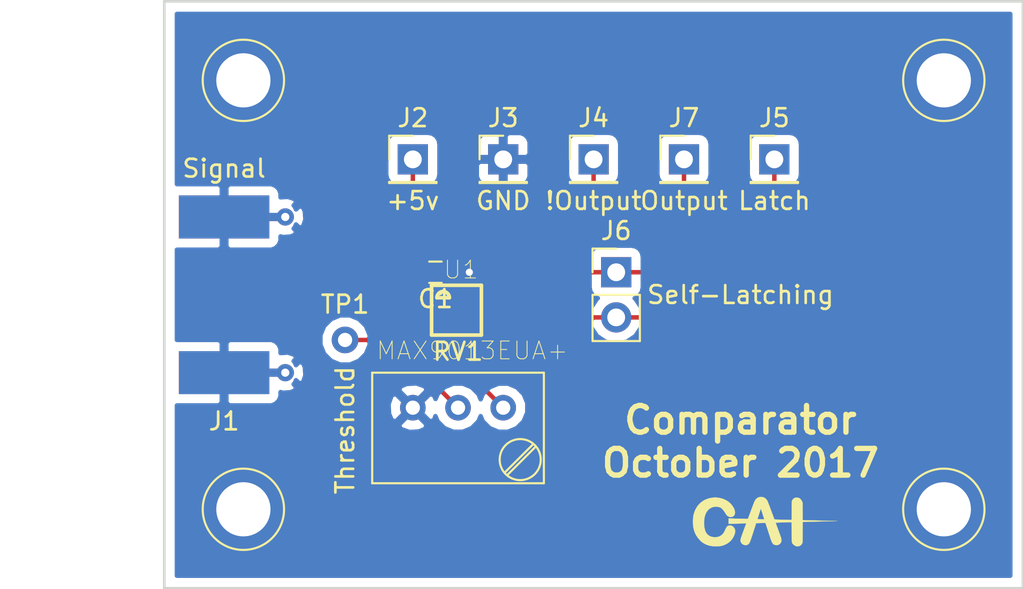
<source format=kicad_pcb>
(kicad_pcb (version 4) (host pcbnew 4.0.7)

  (general
    (links 24)
    (no_connects 4)
    (area 132.004999 88.824999 180.415001 121.995001)
    (thickness 1.6)
    (drawings 6)
    (tracks 40)
    (zones 0)
    (modules 16)
    (nets 8)
  )

  (page A4)
  (layers
    (0 F.Cu signal)
    (31 B.Cu signal)
    (32 B.Adhes user)
    (33 F.Adhes user)
    (34 B.Paste user)
    (35 F.Paste user)
    (36 B.SilkS user)
    (37 F.SilkS user)
    (38 B.Mask user)
    (39 F.Mask user)
    (40 Dwgs.User user)
    (41 Cmts.User user)
    (42 Eco1.User user)
    (43 Eco2.User user)
    (44 Edge.Cuts user)
    (45 Margin user)
    (46 B.CrtYd user)
    (47 F.CrtYd user)
    (48 B.Fab user)
    (49 F.Fab user)
  )

  (setup
    (last_trace_width 0.25)
    (trace_clearance 0.2)
    (zone_clearance 0.508)
    (zone_45_only no)
    (trace_min 0.2)
    (segment_width 0.2)
    (edge_width 0.15)
    (via_size 0.6)
    (via_drill 0.4)
    (via_min_size 0.4)
    (via_min_drill 0.3)
    (uvia_size 0.3)
    (uvia_drill 0.1)
    (uvias_allowed no)
    (uvia_min_size 0.2)
    (uvia_min_drill 0.1)
    (pcb_text_width 0.3)
    (pcb_text_size 1.5 1.5)
    (mod_edge_width 0.15)
    (mod_text_size 1 1)
    (mod_text_width 0.15)
    (pad_size 1.524 1.524)
    (pad_drill 0.762)
    (pad_to_mask_clearance 0.2)
    (aux_axis_origin 144.78 127.635)
    (visible_elements 7FFFFFFF)
    (pcbplotparams
      (layerselection 0x00030_80000001)
      (usegerberextensions false)
      (excludeedgelayer true)
      (linewidth 0.100000)
      (plotframeref false)
      (viasonmask false)
      (mode 1)
      (useauxorigin false)
      (hpglpennumber 1)
      (hpglpenspeed 20)
      (hpglpendiameter 15)
      (hpglpenoverlay 2)
      (psnegative false)
      (psa4output false)
      (plotreference true)
      (plotvalue true)
      (plotinvisibletext false)
      (padsonsilk false)
      (subtractmaskfromsilk false)
      (outputformat 1)
      (mirror false)
      (drillshape 1)
      (scaleselection 1)
      (outputdirectory ""))
  )

  (net 0 "")
  (net 1 +5V)
  (net 2 GND)
  (net 3 "Net-(J1-Pad1)")
  (net 4 "Net-(J4-Pad1)")
  (net 5 "Net-(J5-Pad1)")
  (net 6 "Net-(J6-Pad1)")
  (net 7 "Net-(RV1-Pad2)")

  (net_class Default "This is the default net class."
    (clearance 0.2)
    (trace_width 0.25)
    (via_dia 0.6)
    (via_drill 0.4)
    (uvia_dia 0.3)
    (uvia_drill 0.1)
    (add_net +5V)
    (add_net GND)
    (add_net "Net-(J1-Pad1)")
    (add_net "Net-(J4-Pad1)")
    (add_net "Net-(J5-Pad1)")
    (add_net "Net-(J6-Pad1)")
    (add_net "Net-(RV1-Pad2)")
  )

  (module Capacitors_SMD:C_0603 (layer F.Cu) (tedit 59958EE7) (tstamp 59D6442B)
    (at 147.32 104.14 180)
    (descr "Capacitor SMD 0603, reflow soldering, AVX (see smccp.pdf)")
    (tags "capacitor 0603")
    (path /59D63BCF)
    (attr smd)
    (fp_text reference C1 (at 0 -1.5 180) (layer F.SilkS)
      (effects (font (size 1 1) (thickness 0.15)))
    )
    (fp_text value 0.1uF (at 0 1.5 180) (layer F.Fab)
      (effects (font (size 1 1) (thickness 0.15)))
    )
    (fp_line (start 1.4 0.65) (end -1.4 0.65) (layer F.CrtYd) (width 0.05))
    (fp_line (start 1.4 0.65) (end 1.4 -0.65) (layer F.CrtYd) (width 0.05))
    (fp_line (start -1.4 -0.65) (end -1.4 0.65) (layer F.CrtYd) (width 0.05))
    (fp_line (start -1.4 -0.65) (end 1.4 -0.65) (layer F.CrtYd) (width 0.05))
    (fp_line (start 0.35 0.6) (end -0.35 0.6) (layer F.SilkS) (width 0.12))
    (fp_line (start -0.35 -0.6) (end 0.35 -0.6) (layer F.SilkS) (width 0.12))
    (fp_line (start -0.8 -0.4) (end 0.8 -0.4) (layer F.Fab) (width 0.1))
    (fp_line (start 0.8 -0.4) (end 0.8 0.4) (layer F.Fab) (width 0.1))
    (fp_line (start 0.8 0.4) (end -0.8 0.4) (layer F.Fab) (width 0.1))
    (fp_line (start -0.8 0.4) (end -0.8 -0.4) (layer F.Fab) (width 0.1))
    (fp_text user %R (at 0 0 180) (layer F.Fab)
      (effects (font (size 0.3 0.3) (thickness 0.075)))
    )
    (pad 2 smd rect (at 0.75 0 180) (size 0.8 0.75) (layers F.Cu F.Paste F.Mask)
      (net 1 +5V))
    (pad 1 smd rect (at -0.75 0 180) (size 0.8 0.75) (layers F.Cu F.Paste F.Mask)
      (net 2 GND))
    (model Capacitors_SMD.3dshapes/C_0603.wrl
      (at (xyz 0 0 0))
      (scale (xyz 1 1 1))
      (rotate (xyz 0 0 0))
    )
  )

  (module Connectors_Molex:Molex_SMA_Jack_Edge_Mount (layer F.Cu) (tedit 59D66FCB) (tstamp 59D64450)
    (at 137.16 105.41)
    (descr "Molex SMA Jack, Edge Mount, http://www.molex.com/pdm_docs/sd/732511150_sd.pdf")
    (tags "sma edge")
    (path /59D63886)
    (attr smd)
    (fp_text reference J1 (at -1.72 7.11) (layer F.SilkS)
      (effects (font (size 1 1) (thickness 0.15)))
    )
    (fp_text value Signal (at -1.72 -7.11) (layer F.SilkS)
      (effects (font (size 1 1) (thickness 0.15)))
    )
    (fp_line (start -4.76 -0.38) (end 0.49 -0.38) (layer F.Fab) (width 0.1))
    (fp_line (start -4.76 0.38) (end 0.49 0.38) (layer F.Fab) (width 0.1))
    (fp_line (start 0.49 -0.38) (end 0.49 0.38) (layer F.Fab) (width 0.1))
    (fp_line (start 0.49 3.75) (end 0.49 4.76) (layer F.Fab) (width 0.1))
    (fp_line (start 0.49 -4.76) (end 0.49 -3.75) (layer F.Fab) (width 0.1))
    (fp_line (start -14.29 -6.09) (end -14.29 6.09) (layer F.CrtYd) (width 0.05))
    (fp_line (start -14.29 6.09) (end 2.71 6.09) (layer F.CrtYd) (width 0.05))
    (fp_line (start 2.71 -6.09) (end 2.71 6.09) (layer B.CrtYd) (width 0.05))
    (fp_line (start -14.29 -6.09) (end 2.71 -6.09) (layer B.CrtYd) (width 0.05))
    (fp_line (start -14.29 -6.09) (end -14.29 6.09) (layer B.CrtYd) (width 0.05))
    (fp_line (start -14.29 6.09) (end 2.71 6.09) (layer B.CrtYd) (width 0.05))
    (fp_line (start 2.71 -6.09) (end 2.71 6.09) (layer F.CrtYd) (width 0.05))
    (fp_line (start 2.71 -6.09) (end -14.29 -6.09) (layer F.CrtYd) (width 0.05))
    (fp_line (start -4.76 -3.75) (end 0.49 -3.75) (layer F.Fab) (width 0.1))
    (fp_line (start -4.76 3.75) (end 0.49 3.75) (layer F.Fab) (width 0.1))
    (fp_line (start -13.79 -2.65) (end -5.91 -2.65) (layer F.Fab) (width 0.1))
    (fp_line (start -13.79 -2.65) (end -13.79 2.65) (layer F.Fab) (width 0.1))
    (fp_line (start -13.79 2.65) (end -5.91 2.65) (layer F.Fab) (width 0.1))
    (fp_line (start -4.76 -3.75) (end -4.76 3.75) (layer F.Fab) (width 0.1))
    (fp_line (start 0.49 -4.76) (end -5.91 -4.76) (layer F.Fab) (width 0.1))
    (fp_line (start -5.91 -4.76) (end -5.91 4.76) (layer F.Fab) (width 0.1))
    (fp_line (start -5.91 4.76) (end 0.49 4.76) (layer F.Fab) (width 0.1))
    (pad 1 smd rect (at -1.72 0) (size 5.08 2.29) (layers F.Cu F.Paste F.Mask)
      (net 3 "Net-(J1-Pad1)"))
    (pad 2 smd rect (at -1.72 -4.38) (size 5.08 2.42) (layers F.Cu F.Paste F.Mask)
      (net 2 GND))
    (pad 2 smd rect (at -1.72 4.38) (size 5.08 2.42) (layers F.Cu F.Paste F.Mask)
      (net 2 GND))
    (pad 2 smd rect (at -1.72 -4.38) (size 5.08 2.42) (layers B.Cu B.Paste B.Mask)
      (net 2 GND))
    (pad 2 smd rect (at -1.72 4.38) (size 5.08 2.42) (layers B.Cu B.Paste B.Mask)
      (net 2 GND))
    (pad 2 thru_hole circle (at 1.72 -4.38) (size 0.97 0.97) (drill 0.46) (layers *.Cu)
      (net 2 GND))
    (pad 2 thru_hole circle (at 1.72 4.38) (size 0.97 0.97) (drill 0.46) (layers *.Cu)
      (net 2 GND))
    (pad 2 smd rect (at 1.27 -4.38) (size 0.89 0.46) (layers F.Cu)
      (net 2 GND))
    (pad 2 smd rect (at 1.27 4.38) (size 0.89 0.46) (layers F.Cu)
      (net 2 GND))
    (pad 2 smd rect (at 1.27 -4.38) (size 0.89 0.46) (layers B.Cu)
      (net 2 GND))
    (pad 2 smd rect (at 1.27 4.38) (size 0.89 0.46) (layers B.Cu)
      (net 2 GND))
    (model ${KISYS3DMOD}/Connectors_Molex.3dshapes/Molex_SMA_Jack_Edge_Mount.wrl
      (at (xyz 0 0 0))
      (scale (xyz 1 1 1))
      (rotate (xyz 0 0 0))
    )
  )

  (module Socket_Strips:Socket_Strip_Straight_1x01_Pitch2.54mm (layer F.Cu) (tedit 59D66F93) (tstamp 59D64464)
    (at 146.05 97.79)
    (descr "Through hole straight socket strip, 1x01, 2.54mm pitch, single row")
    (tags "Through hole socket strip THT 1x01 2.54mm single row")
    (path /59D63D8D)
    (fp_text reference J2 (at 0 -2.33) (layer F.SilkS)
      (effects (font (size 1 1) (thickness 0.15)))
    )
    (fp_text value +5v (at 0 2.33) (layer F.SilkS)
      (effects (font (size 1 1) (thickness 0.15)))
    )
    (fp_line (start -1.27 -1.27) (end -1.27 1.27) (layer F.Fab) (width 0.1))
    (fp_line (start -1.27 1.27) (end 1.27 1.27) (layer F.Fab) (width 0.1))
    (fp_line (start 1.27 1.27) (end 1.27 -1.27) (layer F.Fab) (width 0.1))
    (fp_line (start 1.27 -1.27) (end -1.27 -1.27) (layer F.Fab) (width 0.1))
    (fp_line (start -1.33 1.27) (end -1.33 1.33) (layer F.SilkS) (width 0.12))
    (fp_line (start -1.33 1.33) (end 1.33 1.33) (layer F.SilkS) (width 0.12))
    (fp_line (start 1.33 1.33) (end 1.33 1.27) (layer F.SilkS) (width 0.12))
    (fp_line (start 1.33 1.27) (end -1.33 1.27) (layer F.SilkS) (width 0.12))
    (fp_line (start -1.33 0) (end -1.33 -1.33) (layer F.SilkS) (width 0.12))
    (fp_line (start -1.33 -1.33) (end 0 -1.33) (layer F.SilkS) (width 0.12))
    (fp_line (start -1.8 -1.8) (end -1.8 1.8) (layer F.CrtYd) (width 0.05))
    (fp_line (start -1.8 1.8) (end 1.8 1.8) (layer F.CrtYd) (width 0.05))
    (fp_line (start 1.8 1.8) (end 1.8 -1.8) (layer F.CrtYd) (width 0.05))
    (fp_line (start 1.8 -1.8) (end -1.8 -1.8) (layer F.CrtYd) (width 0.05))
    (fp_text user %R (at 0 -2.33) (layer F.Fab)
      (effects (font (size 1 1) (thickness 0.15)))
    )
    (pad 1 thru_hole rect (at 0 0) (size 1.7 1.7) (drill 1) (layers *.Cu *.Mask)
      (net 1 +5V))
    (model ${KISYS3DMOD}/Socket_Strips.3dshapes/Socket_Strip_Straight_1x01_Pitch2.54mm.wrl
      (at (xyz 0 0 0))
      (scale (xyz 1 1 1))
      (rotate (xyz 0 0 270))
    )
  )

  (module Socket_Strips:Socket_Strip_Straight_1x01_Pitch2.54mm (layer F.Cu) (tedit 59D66F9F) (tstamp 59D64478)
    (at 151.13 97.79)
    (descr "Through hole straight socket strip, 1x01, 2.54mm pitch, single row")
    (tags "Through hole socket strip THT 1x01 2.54mm single row")
    (path /59D63E02)
    (fp_text reference J3 (at 0 -2.33) (layer F.SilkS)
      (effects (font (size 1 1) (thickness 0.15)))
    )
    (fp_text value GND (at 0 2.33) (layer F.SilkS)
      (effects (font (size 1 1) (thickness 0.15)))
    )
    (fp_line (start -1.27 -1.27) (end -1.27 1.27) (layer F.Fab) (width 0.1))
    (fp_line (start -1.27 1.27) (end 1.27 1.27) (layer F.Fab) (width 0.1))
    (fp_line (start 1.27 1.27) (end 1.27 -1.27) (layer F.Fab) (width 0.1))
    (fp_line (start 1.27 -1.27) (end -1.27 -1.27) (layer F.Fab) (width 0.1))
    (fp_line (start -1.33 1.27) (end -1.33 1.33) (layer F.SilkS) (width 0.12))
    (fp_line (start -1.33 1.33) (end 1.33 1.33) (layer F.SilkS) (width 0.12))
    (fp_line (start 1.33 1.33) (end 1.33 1.27) (layer F.SilkS) (width 0.12))
    (fp_line (start 1.33 1.27) (end -1.33 1.27) (layer F.SilkS) (width 0.12))
    (fp_line (start -1.33 0) (end -1.33 -1.33) (layer F.SilkS) (width 0.12))
    (fp_line (start -1.33 -1.33) (end 0 -1.33) (layer F.SilkS) (width 0.12))
    (fp_line (start -1.8 -1.8) (end -1.8 1.8) (layer F.CrtYd) (width 0.05))
    (fp_line (start -1.8 1.8) (end 1.8 1.8) (layer F.CrtYd) (width 0.05))
    (fp_line (start 1.8 1.8) (end 1.8 -1.8) (layer F.CrtYd) (width 0.05))
    (fp_line (start 1.8 -1.8) (end -1.8 -1.8) (layer F.CrtYd) (width 0.05))
    (fp_text user %R (at 0 -2.33) (layer F.Fab)
      (effects (font (size 1 1) (thickness 0.15)))
    )
    (pad 1 thru_hole rect (at 0 0) (size 1.7 1.7) (drill 1) (layers *.Cu *.Mask)
      (net 2 GND))
    (model ${KISYS3DMOD}/Socket_Strips.3dshapes/Socket_Strip_Straight_1x01_Pitch2.54mm.wrl
      (at (xyz 0 0 0))
      (scale (xyz 1 1 1))
      (rotate (xyz 0 0 270))
    )
  )

  (module Socket_Strips:Socket_Strip_Straight_1x01_Pitch2.54mm (layer F.Cu) (tedit 59D66FA8) (tstamp 59D6448C)
    (at 156.21 97.79)
    (descr "Through hole straight socket strip, 1x01, 2.54mm pitch, single row")
    (tags "Through hole socket strip THT 1x01 2.54mm single row")
    (path /59D63FD7)
    (fp_text reference J4 (at 0 -2.33) (layer F.SilkS)
      (effects (font (size 1 1) (thickness 0.15)))
    )
    (fp_text value !Output (at 0 2.33) (layer F.SilkS)
      (effects (font (size 1 1) (thickness 0.15)))
    )
    (fp_line (start -1.27 -1.27) (end -1.27 1.27) (layer F.Fab) (width 0.1))
    (fp_line (start -1.27 1.27) (end 1.27 1.27) (layer F.Fab) (width 0.1))
    (fp_line (start 1.27 1.27) (end 1.27 -1.27) (layer F.Fab) (width 0.1))
    (fp_line (start 1.27 -1.27) (end -1.27 -1.27) (layer F.Fab) (width 0.1))
    (fp_line (start -1.33 1.27) (end -1.33 1.33) (layer F.SilkS) (width 0.12))
    (fp_line (start -1.33 1.33) (end 1.33 1.33) (layer F.SilkS) (width 0.12))
    (fp_line (start 1.33 1.33) (end 1.33 1.27) (layer F.SilkS) (width 0.12))
    (fp_line (start 1.33 1.27) (end -1.33 1.27) (layer F.SilkS) (width 0.12))
    (fp_line (start -1.33 0) (end -1.33 -1.33) (layer F.SilkS) (width 0.12))
    (fp_line (start -1.33 -1.33) (end 0 -1.33) (layer F.SilkS) (width 0.12))
    (fp_line (start -1.8 -1.8) (end -1.8 1.8) (layer F.CrtYd) (width 0.05))
    (fp_line (start -1.8 1.8) (end 1.8 1.8) (layer F.CrtYd) (width 0.05))
    (fp_line (start 1.8 1.8) (end 1.8 -1.8) (layer F.CrtYd) (width 0.05))
    (fp_line (start 1.8 -1.8) (end -1.8 -1.8) (layer F.CrtYd) (width 0.05))
    (fp_text user %R (at 0 -2.33) (layer F.Fab)
      (effects (font (size 1 1) (thickness 0.15)))
    )
    (pad 1 thru_hole rect (at 0 0) (size 1.7 1.7) (drill 1) (layers *.Cu *.Mask)
      (net 4 "Net-(J4-Pad1)"))
    (model ${KISYS3DMOD}/Socket_Strips.3dshapes/Socket_Strip_Straight_1x01_Pitch2.54mm.wrl
      (at (xyz 0 0 0))
      (scale (xyz 1 1 1))
      (rotate (xyz 0 0 270))
    )
  )

  (module Socket_Strips:Socket_Strip_Straight_1x01_Pitch2.54mm (layer F.Cu) (tedit 59D66FB6) (tstamp 59D644A0)
    (at 166.37 97.79)
    (descr "Through hole straight socket strip, 1x01, 2.54mm pitch, single row")
    (tags "Through hole socket strip THT 1x01 2.54mm single row")
    (path /59D65C74)
    (fp_text reference J5 (at 0 -2.33) (layer F.SilkS)
      (effects (font (size 1 1) (thickness 0.15)))
    )
    (fp_text value Latch (at 0 2.33) (layer F.SilkS)
      (effects (font (size 1 1) (thickness 0.15)))
    )
    (fp_line (start -1.27 -1.27) (end -1.27 1.27) (layer F.Fab) (width 0.1))
    (fp_line (start -1.27 1.27) (end 1.27 1.27) (layer F.Fab) (width 0.1))
    (fp_line (start 1.27 1.27) (end 1.27 -1.27) (layer F.Fab) (width 0.1))
    (fp_line (start 1.27 -1.27) (end -1.27 -1.27) (layer F.Fab) (width 0.1))
    (fp_line (start -1.33 1.27) (end -1.33 1.33) (layer F.SilkS) (width 0.12))
    (fp_line (start -1.33 1.33) (end 1.33 1.33) (layer F.SilkS) (width 0.12))
    (fp_line (start 1.33 1.33) (end 1.33 1.27) (layer F.SilkS) (width 0.12))
    (fp_line (start 1.33 1.27) (end -1.33 1.27) (layer F.SilkS) (width 0.12))
    (fp_line (start -1.33 0) (end -1.33 -1.33) (layer F.SilkS) (width 0.12))
    (fp_line (start -1.33 -1.33) (end 0 -1.33) (layer F.SilkS) (width 0.12))
    (fp_line (start -1.8 -1.8) (end -1.8 1.8) (layer F.CrtYd) (width 0.05))
    (fp_line (start -1.8 1.8) (end 1.8 1.8) (layer F.CrtYd) (width 0.05))
    (fp_line (start 1.8 1.8) (end 1.8 -1.8) (layer F.CrtYd) (width 0.05))
    (fp_line (start 1.8 -1.8) (end -1.8 -1.8) (layer F.CrtYd) (width 0.05))
    (fp_text user %R (at 0 -2.33) (layer F.Fab)
      (effects (font (size 1 1) (thickness 0.15)))
    )
    (pad 1 thru_hole rect (at 0 0) (size 1.7 1.7) (drill 1) (layers *.Cu *.Mask)
      (net 5 "Net-(J5-Pad1)"))
    (model ${KISYS3DMOD}/Socket_Strips.3dshapes/Socket_Strip_Straight_1x01_Pitch2.54mm.wrl
      (at (xyz 0 0 0))
      (scale (xyz 1 1 1))
      (rotate (xyz 0 0 270))
    )
  )

  (module Pin_Headers:Pin_Header_Straight_1x02_Pitch2.54mm (layer F.Cu) (tedit 59D66EBE) (tstamp 59D644B6)
    (at 157.48 104.14)
    (descr "Through hole straight pin header, 1x02, 2.54mm pitch, single row")
    (tags "Through hole pin header THT 1x02 2.54mm single row")
    (path /59D63C76)
    (fp_text reference J6 (at 0 -2.33) (layer F.SilkS)
      (effects (font (size 1 1) (thickness 0.15)))
    )
    (fp_text value Self-Latching (at 6.985 1.27) (layer F.SilkS)
      (effects (font (size 1 1) (thickness 0.15)))
    )
    (fp_line (start -0.635 -1.27) (end 1.27 -1.27) (layer F.Fab) (width 0.1))
    (fp_line (start 1.27 -1.27) (end 1.27 3.81) (layer F.Fab) (width 0.1))
    (fp_line (start 1.27 3.81) (end -1.27 3.81) (layer F.Fab) (width 0.1))
    (fp_line (start -1.27 3.81) (end -1.27 -0.635) (layer F.Fab) (width 0.1))
    (fp_line (start -1.27 -0.635) (end -0.635 -1.27) (layer F.Fab) (width 0.1))
    (fp_line (start -1.33 3.87) (end 1.33 3.87) (layer F.SilkS) (width 0.12))
    (fp_line (start -1.33 1.27) (end -1.33 3.87) (layer F.SilkS) (width 0.12))
    (fp_line (start 1.33 1.27) (end 1.33 3.87) (layer F.SilkS) (width 0.12))
    (fp_line (start -1.33 1.27) (end 1.33 1.27) (layer F.SilkS) (width 0.12))
    (fp_line (start -1.33 0) (end -1.33 -1.33) (layer F.SilkS) (width 0.12))
    (fp_line (start -1.33 -1.33) (end 0 -1.33) (layer F.SilkS) (width 0.12))
    (fp_line (start -1.8 -1.8) (end -1.8 4.35) (layer F.CrtYd) (width 0.05))
    (fp_line (start -1.8 4.35) (end 1.8 4.35) (layer F.CrtYd) (width 0.05))
    (fp_line (start 1.8 4.35) (end 1.8 -1.8) (layer F.CrtYd) (width 0.05))
    (fp_line (start 1.8 -1.8) (end -1.8 -1.8) (layer F.CrtYd) (width 0.05))
    (fp_text user %R (at 0 1.27 90) (layer F.Fab)
      (effects (font (size 1 1) (thickness 0.15)))
    )
    (pad 1 thru_hole rect (at 0 0) (size 1.7 1.7) (drill 1) (layers *.Cu *.Mask)
      (net 6 "Net-(J6-Pad1)"))
    (pad 2 thru_hole oval (at 0 2.54) (size 1.7 1.7) (drill 1) (layers *.Cu *.Mask)
      (net 5 "Net-(J5-Pad1)"))
    (model ${KISYS3DMOD}/Pin_Headers.3dshapes/Pin_Header_Straight_1x02_Pitch2.54mm.wrl
      (at (xyz 0 0 0))
      (scale (xyz 1 1 1))
      (rotate (xyz 0 0 0))
    )
  )

  (module Socket_Strips:Socket_Strip_Straight_1x01_Pitch2.54mm (layer F.Cu) (tedit 59D66FAE) (tstamp 59D644CA)
    (at 161.29 97.79)
    (descr "Through hole straight socket strip, 1x01, 2.54mm pitch, single row")
    (tags "Through hole socket strip THT 1x01 2.54mm single row")
    (path /59D63E7F)
    (fp_text reference J7 (at 0 -2.33) (layer F.SilkS)
      (effects (font (size 1 1) (thickness 0.15)))
    )
    (fp_text value Output (at 0 2.33) (layer F.SilkS)
      (effects (font (size 1 1) (thickness 0.15)))
    )
    (fp_line (start -1.27 -1.27) (end -1.27 1.27) (layer F.Fab) (width 0.1))
    (fp_line (start -1.27 1.27) (end 1.27 1.27) (layer F.Fab) (width 0.1))
    (fp_line (start 1.27 1.27) (end 1.27 -1.27) (layer F.Fab) (width 0.1))
    (fp_line (start 1.27 -1.27) (end -1.27 -1.27) (layer F.Fab) (width 0.1))
    (fp_line (start -1.33 1.27) (end -1.33 1.33) (layer F.SilkS) (width 0.12))
    (fp_line (start -1.33 1.33) (end 1.33 1.33) (layer F.SilkS) (width 0.12))
    (fp_line (start 1.33 1.33) (end 1.33 1.27) (layer F.SilkS) (width 0.12))
    (fp_line (start 1.33 1.27) (end -1.33 1.27) (layer F.SilkS) (width 0.12))
    (fp_line (start -1.33 0) (end -1.33 -1.33) (layer F.SilkS) (width 0.12))
    (fp_line (start -1.33 -1.33) (end 0 -1.33) (layer F.SilkS) (width 0.12))
    (fp_line (start -1.8 -1.8) (end -1.8 1.8) (layer F.CrtYd) (width 0.05))
    (fp_line (start -1.8 1.8) (end 1.8 1.8) (layer F.CrtYd) (width 0.05))
    (fp_line (start 1.8 1.8) (end 1.8 -1.8) (layer F.CrtYd) (width 0.05))
    (fp_line (start 1.8 -1.8) (end -1.8 -1.8) (layer F.CrtYd) (width 0.05))
    (fp_text user %R (at 0 -2.33) (layer F.Fab)
      (effects (font (size 1 1) (thickness 0.15)))
    )
    (pad 1 thru_hole rect (at 0 0) (size 1.7 1.7) (drill 1) (layers *.Cu *.Mask)
      (net 6 "Net-(J6-Pad1)"))
    (model ${KISYS3DMOD}/Socket_Strips.3dshapes/Socket_Strip_Straight_1x01_Pitch2.54mm.wrl
      (at (xyz 0 0 0))
      (scale (xyz 1 1 1))
      (rotate (xyz 0 0 270))
    )
  )

  (module Measurement_Points:Measurement_Point_Round-TH_Small (layer F.Cu) (tedit 59D66ECB) (tstamp 59D644E1)
    (at 142.24 107.95)
    (descr "Mesurement Point, Square, Trough Hole,  DM 1.5mm, Drill 0.8mm,")
    (tags "Mesurement Point Round Trough Hole 1.5mm Drill 0.8mm")
    (path /59D670D9)
    (attr virtual)
    (fp_text reference TP1 (at 0 -2) (layer F.SilkS)
      (effects (font (size 1 1) (thickness 0.15)))
    )
    (fp_text value Threshold (at 0 5.08 90) (layer F.SilkS)
      (effects (font (size 1 1) (thickness 0.15)))
    )
    (fp_circle (center 0 0) (end 1 0) (layer F.CrtYd) (width 0.05))
    (pad 1 thru_hole circle (at 0 0) (size 1.5 1.5) (drill 0.8) (layers *.Cu *.Mask)
      (net 7 "Net-(RV1-Pad2)"))
  )

  (module MAX9013EUA_:SOP65P500X110-8N (layer F.Cu) (tedit 0) (tstamp 59D644FB)
    (at 148.5011 106.2736)
    (path /59D63758)
    (attr smd)
    (fp_text reference U1 (at 0.256586 -2.27409) (layer F.SilkS)
      (effects (font (size 1.00146 1.00146) (thickness 0.05)))
    )
    (fp_text value MAX9013EUA+ (at 0.892731 2.2751) (layer F.SilkS)
      (effects (font (size 1.0017 1.0017) (thickness 0.05)))
    )
    (fp_line (start 1.40221 -1.39977) (end 1.40221 1.40023) (layer F.SilkS) (width 0.2032))
    (fp_line (start 1.40221 1.40023) (end -1.39779 1.40023) (layer F.SilkS) (width 0.2032))
    (fp_line (start -1.39779 1.40023) (end -1.39779 -1.39977) (layer F.SilkS) (width 0.2032))
    (fp_line (start -1.39779 -1.39977) (end 1.40221 -1.39977) (layer F.SilkS) (width 0.2032))
    (fp_arc (start -0.747787 -0.699775) (end -0.397788 -0.699775) (angle -180) (layer F.SilkS) (width 0.2032))
    (fp_line (start -0.397788 -0.699775) (end -1.09779 -0.699775) (layer F.SilkS) (width 0.2032))
    (fp_poly (pts (xy -1.43786 -1.15425) (xy -1.43786 -0.795937) (xy -2.40243 -0.795937) (xy -2.40243 -1.15425)) (layer Dwgs.User) (width 0.381))
    (fp_poly (pts (xy -1.43752 -0.503905) (xy -1.43752 -0.145429) (xy -2.40293 -0.145429) (xy -2.40293 -0.503905)) (layer Dwgs.User) (width 0.381))
    (fp_poly (pts (xy -1.43651 0.1471) (xy -1.43651 0.503757) (xy -2.40212 0.503757) (xy -2.40212 0.1471)) (layer Dwgs.User) (width 0.381))
    (fp_poly (pts (xy -1.43659 0.797019) (xy -1.43659 1.15528) (xy -2.40365 1.15528) (xy -2.40365 0.797019)) (layer Dwgs.User) (width 0.381))
    (fp_poly (pts (xy 2.40636 0.797975) (xy 2.40636 1.15298) (xy 1.44066 1.15298) (xy 1.44066 0.797975)) (layer Dwgs.User) (width 0.381))
    (fp_poly (pts (xy 2.40582 0.147429) (xy 2.40582 0.503024) (xy 1.44061 0.503024) (xy 1.44061 0.147429)) (layer Dwgs.User) (width 0.381))
    (fp_poly (pts (xy 2.40592 -0.502471) (xy 2.40592 -0.147062) (xy 1.4407 -0.147062) (xy 1.4407 -0.502471)) (layer Dwgs.User) (width 0.381))
    (fp_poly (pts (xy 2.40614 -1.15225) (xy 2.40614 -0.797553) (xy 1.44119 -0.797553) (xy 1.44119 -1.15225)) (layer Dwgs.User) (width 0.381))
    (pad 1 smd rect (at -2.175 -0.975 270) (size 0.45 1.2) (layers F.Cu F.Paste F.Mask)
      (net 1 +5V))
    (pad 2 smd rect (at -2.175 -0.325 270) (size 0.45 1.2) (layers F.Cu F.Paste F.Mask)
      (net 3 "Net-(J1-Pad1)"))
    (pad 3 smd rect (at -2.175 0.325 270) (size 0.45 1.2) (layers F.Cu F.Paste F.Mask)
      (net 7 "Net-(RV1-Pad2)"))
    (pad 4 smd rect (at -2.175 0.975 270) (size 0.45 1.2) (layers F.Cu F.Paste F.Mask))
    (pad 5 smd rect (at 2.175 0.975 270) (size 0.45 1.2) (layers F.Cu F.Paste F.Mask)
      (net 5 "Net-(J5-Pad1)"))
    (pad 6 smd rect (at 2.175 0.325 270) (size 0.45 1.2) (layers F.Cu F.Paste F.Mask)
      (net 2 GND))
    (pad 7 smd rect (at 2.175 -0.325 270) (size 0.45 1.2) (layers F.Cu F.Paste F.Mask)
      (net 6 "Net-(J6-Pad1)"))
    (pad 8 smd rect (at 2.175 -0.975 270) (size 0.45 1.2) (layers F.Cu F.Paste F.Mask)
      (net 4 "Net-(J4-Pad1)"))
  )

  (module Potentiometers:Potentiometer_Trimmer_Bourns_3299W (layer F.Cu) (tedit 58826B0B) (tstamp 59D666B2)
    (at 151.13 111.76)
    (descr "Spindle Trimmer Potentiometer, Bourns 3299W, https://www.bourns.com/pdfs/3299.pdf")
    (tags "Spindle Trimmer Potentiometer   Bourns 3299W")
    (path /59D63A00)
    (fp_text reference RV1 (at -2.54 -3.16) (layer F.SilkS)
      (effects (font (size 1 1) (thickness 0.15)))
    )
    (fp_text value Threshold (at -2.54 5.44) (layer F.Fab)
      (effects (font (size 1 1) (thickness 0.15)))
    )
    (fp_circle (center 0.955 2.92) (end 2.05 2.92) (layer F.Fab) (width 0.1))
    (fp_circle (center 0.955 2.92) (end 2.11 2.92) (layer F.SilkS) (width 0.12))
    (fp_line (start -7.305 -1.91) (end -7.305 4.19) (layer F.Fab) (width 0.1))
    (fp_line (start -7.305 4.19) (end 2.225 4.19) (layer F.Fab) (width 0.1))
    (fp_line (start 2.225 4.19) (end 2.225 -1.91) (layer F.Fab) (width 0.1))
    (fp_line (start 2.225 -1.91) (end -7.305 -1.91) (layer F.Fab) (width 0.1))
    (fp_line (start 1.786 2.224) (end 0.259 3.751) (layer F.Fab) (width 0.1))
    (fp_line (start 1.652 2.09) (end 0.125 3.617) (layer F.Fab) (width 0.1))
    (fp_line (start -7.365 -1.97) (end 2.285 -1.97) (layer F.SilkS) (width 0.12))
    (fp_line (start -7.365 4.25) (end 2.285 4.25) (layer F.SilkS) (width 0.12))
    (fp_line (start -7.365 -1.97) (end -7.365 4.25) (layer F.SilkS) (width 0.12))
    (fp_line (start 2.285 -1.97) (end 2.285 4.25) (layer F.SilkS) (width 0.12))
    (fp_line (start 1.831 2.186) (end 0.22 3.796) (layer F.SilkS) (width 0.12))
    (fp_line (start 1.691 2.045) (end 0.079 3.655) (layer F.SilkS) (width 0.12))
    (fp_line (start -7.6 -2.2) (end -7.6 4.45) (layer F.CrtYd) (width 0.05))
    (fp_line (start -7.6 4.45) (end 2.5 4.45) (layer F.CrtYd) (width 0.05))
    (fp_line (start 2.5 4.45) (end 2.5 -2.2) (layer F.CrtYd) (width 0.05))
    (fp_line (start 2.5 -2.2) (end -7.6 -2.2) (layer F.CrtYd) (width 0.05))
    (pad 1 thru_hole circle (at 0 0) (size 1.44 1.44) (drill 0.8) (layers *.Cu *.Mask)
      (net 1 +5V))
    (pad 2 thru_hole circle (at -2.54 0) (size 1.44 1.44) (drill 0.8) (layers *.Cu *.Mask)
      (net 7 "Net-(RV1-Pad2)"))
    (pad 3 thru_hole circle (at -5.08 0) (size 1.44 1.44) (drill 0.8) (layers *.Cu *.Mask)
      (net 2 GND))
    (model Potentiometers.3dshapes/Potentiometer_Trimmer_Bourns_3299W.wrl
      (at (xyz 0 0 0))
      (scale (xyz 0.393701 0.393701 0.393701))
      (rotate (xyz 0 0 0))
    )
  )

  (module "KiCAD Libs:CAI_logo" (layer F.Cu) (tedit 59D66BEC) (tstamp 59D66B9F)
    (at 165.735 118.11)
    (fp_text reference "" (at 0 0) (layer F.SilkS) hide
      (effects (font (thickness 0.3)))
    )
    (fp_text value "" (at 0.75 0) (layer F.SilkS) hide
      (effects (font (thickness 0.3)))
    )
    (fp_poly (pts (xy -2.603608 -1.295215) (xy -2.529014 -1.28689) (xy -2.514562 -1.285023) (xy -2.362786 -1.255961)
      (xy -2.219415 -1.210145) (xy -2.085811 -1.148467) (xy -1.963333 -1.071819) (xy -1.853341 -0.981093)
      (xy -1.757195 -0.877181) (xy -1.676255 -0.760975) (xy -1.653065 -0.719992) (xy -1.61171 -0.629686)
      (xy -1.586012 -0.543894) (xy -1.575669 -0.464098) (xy -1.580379 -0.391781) (xy -1.599838 -0.328427)
      (xy -1.633744 -0.275519) (xy -1.681795 -0.234539) (xy -1.743687 -0.206971) (xy -1.758581 -0.202984)
      (xy -1.815306 -0.195576) (xy -1.870947 -0.202369) (xy -1.931321 -0.22428) (xy -1.949562 -0.233096)
      (xy -1.987845 -0.255266) (xy -2.021906 -0.28215) (xy -2.054537 -0.316893) (xy -2.088527 -0.362637)
      (xy -2.126666 -0.422525) (xy -2.144839 -0.453072) (xy -2.184832 -0.515362) (xy -2.230196 -0.576182)
      (xy -2.277845 -0.632109) (xy -2.324696 -0.679717) (xy -2.367663 -0.715584) (xy -2.39776 -0.733798)
      (xy -2.437755 -0.748109) (xy -2.490702 -0.761511) (xy -2.54924 -0.772587) (xy -2.606008 -0.779917)
      (xy -2.648792 -0.782144) (xy -2.758218 -0.772018) (xy -2.862084 -0.743119) (xy -2.958498 -0.696657)
      (xy -3.045569 -0.633845) (xy -3.121404 -0.555896) (xy -3.18411 -0.464021) (xy -3.203615 -0.42672)
      (xy -3.236044 -0.354) (xy -3.261241 -0.283246) (xy -3.280763 -0.208667) (xy -3.296168 -0.124471)
      (xy -3.30708 -0.041943) (xy -3.316584 0.103311) (xy -3.312431 0.250391) (xy -3.295099 0.393688)
      (xy -3.265063 0.527591) (xy -3.256272 0.556903) (xy -3.215488 0.655174) (xy -3.16004 0.739787)
      (xy -3.090891 0.810073) (xy -3.009003 0.865362) (xy -2.91534 0.904984) (xy -2.810865 0.92827)
      (xy -2.712961 0.93472) (xy -2.624273 0.931105) (xy -2.548263 0.919395) (xy -2.478462 0.898291)
      (xy -2.43223 0.878386) (xy -2.34625 0.827083) (xy -2.271963 0.760515) (xy -2.208585 0.677792)
      (xy -2.155334 0.578027) (xy -2.144148 0.551875) (xy -2.10779 0.468062) (xy -2.074044 0.40216)
      (xy -2.041021 0.352266) (xy -2.006828 0.316474) (xy -1.969575 0.292882) (xy -1.927372 0.279585)
      (xy -1.878328 0.274681) (xy -1.86871 0.274543) (xy -1.793296 0.283125) (xy -1.726978 0.309647)
      (xy -1.669432 0.354328) (xy -1.620331 0.417383) (xy -1.6002 0.453186) (xy -1.58523 0.484685)
      (xy -1.576235 0.511552) (xy -1.571824 0.540938) (xy -1.570604 0.579996) (xy -1.570746 0.60452)
      (xy -1.573626 0.665305) (xy -1.581978 0.717463) (xy -1.597682 0.772364) (xy -1.59932 0.77724)
      (xy -1.653247 0.905769) (xy -1.723633 1.022951) (xy -1.809595 1.128023) (xy -1.910248 1.220224)
      (xy -2.024709 1.298794) (xy -2.152092 1.362971) (xy -2.291514 1.411994) (xy -2.355828 1.428427)
      (xy -2.402237 1.436055) (xy -2.46406 1.441966) (xy -2.536456 1.446072) (xy -2.614582 1.448284)
      (xy -2.693598 1.448513) (xy -2.768662 1.446671) (xy -2.834934 1.442667) (xy -2.877331 1.437999)
      (xy -3.033314 1.406559) (xy -3.178194 1.358328) (xy -3.312716 1.293021) (xy -3.395813 1.240688)
      (xy -3.43459 1.212569) (xy -3.470398 1.183323) (xy -3.506197 1.150006) (xy -3.544942 1.109675)
      (xy -3.589592 1.059386) (xy -3.643103 0.996196) (xy -3.651101 0.986597) (xy -3.740006 0.863874)
      (xy -3.813303 0.728333) (xy -3.870829 0.580361) (xy -3.91242 0.420345) (xy -3.927643 0.332861)
      (xy -3.935434 0.260339) (xy -3.940009 0.174877) (xy -3.941487 0.081581) (xy -3.939986 -0.014447)
      (xy -3.935621 -0.1081) (xy -3.928513 -0.194274) (xy -3.918777 -0.267865) (xy -3.913124 -0.297593)
      (xy -3.868833 -0.459124) (xy -3.808961 -0.608523) (xy -3.734211 -0.745124) (xy -3.645283 -0.868264)
      (xy -3.542882 -0.977275) (xy -3.42771 -1.071494) (xy -3.300468 -1.150254) (xy -3.16186 -1.212889)
      (xy -3.012588 -1.258735) (xy -2.870748 -1.284956) (xy -2.793335 -1.294058) (xy -2.728111 -1.2988)
      (xy -2.667421 -1.299186) (xy -2.603608 -1.295215)) (layer F.SilkS) (width 0.01))
    (fp_poly (pts (xy -0.062265 -1.325444) (xy -0.026832 -1.323346) (xy 0.000788 -1.3184) (xy 0.026848 -1.309422)
      (xy 0.057597 -1.295227) (xy 0.062419 -1.292861) (xy 0.133212 -1.248167) (xy 0.192209 -1.188892)
      (xy 0.241397 -1.113) (xy 0.245171 -1.105753) (xy 0.255157 -1.083579) (xy 0.271274 -1.044427)
      (xy 0.292707 -0.990412) (xy 0.318643 -0.923653) (xy 0.348265 -0.846267) (xy 0.380758 -0.760369)
      (xy 0.415309 -0.668079) (xy 0.451102 -0.571512) (xy 0.457657 -0.55372) (xy 0.637179 -0.06604)
      (xy 0.738102 -0.059834) (xy 0.771816 -0.058196) (xy 0.822782 -0.056298) (xy 0.887933 -0.054227)
      (xy 0.964204 -0.052072) (xy 1.048529 -0.049918) (xy 1.137842 -0.047853) (xy 1.221717 -0.046107)
      (xy 1.604409 -0.038586) (xy 1.607384 -0.560313) (xy 1.608074 -0.676819) (xy 1.608753 -0.774791)
      (xy 1.609496 -0.856014) (xy 1.610382 -0.922274) (xy 1.611485 -0.975357) (xy 1.612881 -1.017047)
      (xy 1.614648 -1.049132) (xy 1.616862 -1.073396) (xy 1.619598 -1.091625) (xy 1.622933 -1.105604)
      (xy 1.626942 -1.117119) (xy 1.631613 -1.12776) (xy 1.669868 -1.191964) (xy 1.718695 -1.240552)
      (xy 1.761543 -1.267406) (xy 1.795276 -1.282601) (xy 1.827736 -1.290851) (xy 1.867726 -1.293998)
      (xy 1.88976 -1.294241) (xy 1.965487 -1.287163) (xy 2.030744 -1.26519) (xy 2.087368 -1.227049)
      (xy 2.1372 -1.171468) (xy 2.182078 -1.097174) (xy 2.186117 -1.089165) (xy 2.21996 -1.02108)
      (xy 2.223033 -0.52584) (xy 2.226107 -0.0306) (xy 2.248433 -0.025939) (xy 2.253389 -0.025206)
      (xy 2.261914 -0.024452) (xy 2.274997 -0.02365) (xy 2.293625 -0.022775) (xy 2.318788 -0.021802)
      (xy 2.351474 -0.020704) (xy 2.392672 -0.019456) (xy 2.443369 -0.018033) (xy 2.504555 -0.016407)
      (xy 2.577218 -0.014555) (xy 2.662346 -0.01245) (xy 2.760928 -0.010066) (xy 2.873953 -0.007377)
      (xy 3.002408 -0.004359) (xy 3.147283 -0.000985) (xy 3.309565 0.002771) (xy 3.490244 0.006934)
      (xy 3.67792 0.011246) (xy 3.775927 0.013547) (xy 3.867567 0.015799) (xy 3.950872 0.017946)
      (xy 4.023873 0.019933) (xy 4.084604 0.021705) (xy 4.131094 0.023205) (xy 4.161378 0.024379)
      (xy 4.173486 0.02517) (xy 4.173615 0.025219) (xy 4.16462 0.026092) (xy 4.137748 0.027286)
      (xy 4.09544 0.028727) (xy 4.040134 0.030343) (xy 3.974269 0.032057) (xy 3.900287 0.033797)
      (xy 3.868815 0.034486) (xy 3.785764 0.036359) (xy 3.704031 0.038368) (xy 3.627301 0.040413)
      (xy 3.559259 0.042388) (xy 3.503588 0.044191) (xy 3.463975 0.04572) (xy 3.45948 0.045927)
      (xy 3.428535 0.047127) (xy 3.379802 0.048664) (xy 3.315807 0.050473) (xy 3.239076 0.052489)
      (xy 3.152136 0.054649) (xy 3.057515 0.056887) (xy 2.957739 0.059138) (xy 2.86512 0.061133)
      (xy 2.764112 0.063344) (xy 2.667008 0.065634) (xy 2.576167 0.067935) (xy 2.493948 0.070181)
      (xy 2.422709 0.072305) (xy 2.364811 0.074239) (xy 2.32261 0.075916) (xy 2.299093 0.07722)
      (xy 2.225827 0.082939) (xy 2.222893 0.658689) (xy 2.21996 1.23444) (xy 2.195949 1.287546)
      (xy 2.157599 1.349049) (xy 2.105807 1.397648) (xy 2.044006 1.431761) (xy 1.975629 1.449805)
      (xy 1.904109 1.4502) (xy 1.861907 1.441535) (xy 1.818731 1.42419) (xy 1.77057 1.397363)
      (xy 1.724556 1.36568) (xy 1.687824 1.333765) (xy 1.677147 1.321743) (xy 1.663242 1.304132)
      (xy 1.65142 1.288036) (xy 1.641497 1.271711) (xy 1.633288 1.253414) (xy 1.626606 1.231399)
      (xy 1.621268 1.203923) (xy 1.617087 1.169242) (xy 1.613879 1.125612) (xy 1.611459 1.07129)
      (xy 1.609642 1.00453) (xy 1.608242 0.923589) (xy 1.607074 0.826724) (xy 1.605953 0.712189)
      (xy 1.605329 0.64516) (xy 1.6002 0.09652) (xy 1.524 0.097149) (xy 1.420371 0.098272)
      (xy 1.316743 0.099895) (xy 1.215102 0.101947) (xy 1.117431 0.104357) (xy 1.025719 0.107054)
      (xy 0.941949 0.10997) (xy 0.868108 0.113032) (xy 0.806182 0.11617) (xy 0.758155 0.119314)
      (xy 0.726014 0.122394) (xy 0.711745 0.125339) (xy 0.7112 0.125997) (xy 0.714601 0.137931)
      (xy 0.724286 0.166736) (xy 0.739479 0.210228) (xy 0.759403 0.266226) (xy 0.78328 0.332547)
      (xy 0.810334 0.407007) (xy 0.839787 0.487425) (xy 0.841879 0.493113) (xy 0.882797 0.604387)
      (xy 0.917268 0.698367) (xy 0.945866 0.776826) (xy 0.969161 0.841542) (xy 0.987726 0.894287)
      (xy 1.002133 0.936839) (xy 1.012954 0.97097) (xy 1.020761 0.998457) (xy 1.026125 1.021075)
      (xy 1.02962 1.040598) (xy 1.031816 1.058802) (xy 1.033285 1.077461) (xy 1.034047 1.089453)
      (xy 1.035808 1.132278) (xy 1.033793 1.163063) (xy 1.026625 1.189946) (xy 1.01293 1.221064)
      (xy 1.011183 1.224651) (xy 0.974258 1.280362) (xy 0.924348 1.327526) (xy 0.867038 1.36138)
      (xy 0.839246 1.371306) (xy 0.786292 1.37974) (xy 0.726123 1.379444) (xy 0.667186 1.371106)
      (xy 0.617929 1.355414) (xy 0.612673 1.352867) (xy 0.57419 1.325619) (xy 0.537836 1.283623)
      (xy 0.502774 1.225493) (xy 0.468167 1.149845) (xy 0.433333 1.055743) (xy 0.424717 1.029845)
      (xy 0.410703 0.987076) (xy 0.392095 0.929913) (xy 0.369696 0.860837) (xy 0.344309 0.782325)
      (xy 0.316738 0.696857) (xy 0.287785 0.606912) (xy 0.273956 0.56388) (xy 0.245536 0.475781)
      (xy 0.2188 0.393629) (xy 0.194426 0.319455) (xy 0.173091 0.25529) (xy 0.155476 0.203167)
      (xy 0.142257 0.165116) (xy 0.134114 0.14317) (xy 0.13194 0.138571) (xy 0.119843 0.136464)
      (xy 0.090134 0.135243) (xy 0.045501 0.134909) (xy -0.011368 0.135462) (xy -0.077785 0.136901)
      (xy -0.132514 0.138571) (xy -0.388754 0.14732) (xy -0.44892 0.33528) (xy -0.498971 0.491489)
      (xy -0.543359 0.629538) (xy -0.58255 0.750642) (xy -0.617013 0.856013) (xy -0.647214 0.946864)
      (xy -0.673621 1.02441) (xy -0.6967 1.089864) (xy -0.716919 1.14444) (xy -0.734746 1.18935)
      (xy -0.750646 1.225808) (xy -0.765088 1.255028) (xy -0.778539 1.278224) (xy -0.791466 1.296609)
      (xy -0.804336 1.311396) (xy -0.817617 1.323799) (xy -0.831775 1.335031) (xy -0.834654 1.337171)
      (xy -0.892665 1.368191) (xy -0.956057 1.382086) (xy -1.02149 1.380083) (xy -1.085621 1.36341)
      (xy -1.145108 1.333293) (xy -1.19661 1.290959) (xy -1.236785 1.237636) (xy -1.260633 1.180769)
      (xy -1.265952 1.159418) (xy -1.269345 1.138048) (xy -1.270362 1.115046) (xy -1.268551 1.088796)
      (xy -1.263461 1.057685) (xy -1.25464 1.020098) (xy -1.241639 0.974422) (xy -1.224005 0.919042)
      (xy -1.201288 0.852345) (xy -1.173036 0.772715) (xy -1.138798 0.678539) (xy -1.098124 0.568203)
      (xy -1.062941 0.473386) (xy -0.946229 0.159373) (xy -1.247815 0.166193) (xy -1.336968 0.168288)
      (xy -1.431043 0.170638) (xy -1.524845 0.173104) (xy -1.613176 0.175546) (xy -1.690842 0.177825)
      (xy -1.74498 0.179541) (xy -1.940561 0.18607) (xy -1.940561 -0.096129) (xy -0.311437 -0.096129)
      (xy -0.310385 -0.090081) (xy -0.30001 -0.085697) (xy -0.277552 -0.082594) (xy -0.240251 -0.080388)
      (xy -0.186388 -0.078719) (xy -0.130432 -0.077291) (xy -0.075817 -0.075788) (xy -0.02897 -0.074391)
      (xy 0.00254 -0.073329) (xy 0.037936 -0.073411) (xy 0.056357 -0.077447) (xy 0.06096 -0.084649)
      (xy 0.057999 -0.096418) (xy 0.049748 -0.12453) (xy 0.037151 -0.165988) (xy 0.021154 -0.217796)
      (xy 0.002704 -0.276957) (xy -0.017256 -0.340475) (xy -0.037779 -0.405353) (xy -0.057919 -0.468594)
      (xy -0.076732 -0.527203) (xy -0.093272 -0.578182) (xy -0.106593 -0.618534) (xy -0.115749 -0.645265)
      (xy -0.117161 -0.649155) (xy -0.124429 -0.658961) (xy -0.127436 -0.658272) (xy -0.131719 -0.647651)
      (xy -0.141306 -0.620169) (xy -0.155361 -0.578336) (xy -0.173054 -0.524664) (xy -0.193548 -0.461662)
      (xy -0.216012 -0.391841) (xy -0.219225 -0.381796) (xy -0.241987 -0.310675) (xy -0.262905 -0.245502)
      (xy -0.281134 -0.188898) (xy -0.295827 -0.143483) (xy -0.306139 -0.11188) (xy -0.311223 -0.096709)
      (xy -0.311437 -0.096129) (xy -1.940561 -0.096129) (xy -1.940561 -0.121976) (xy -1.75006 -0.116335)
      (xy -1.582749 -0.111494) (xy -1.431334 -0.107347) (xy -1.29632 -0.103904) (xy -1.178214 -0.101173)
      (xy -1.077521 -0.099165) (xy -0.994747 -0.097888) (xy -0.930397 -0.097352) (xy -0.884978 -0.097566)
      (xy -0.858994 -0.098539) (xy -0.852606 -0.099715) (xy -0.848016 -0.110382) (xy -0.837163 -0.138241)
      (xy -0.820756 -0.181398) (xy -0.799505 -0.237957) (xy -0.774118 -0.306024) (xy -0.745305 -0.383706)
      (xy -0.713774 -0.469106) (xy -0.680795 -0.5588) (xy -0.646084 -0.652921) (xy -0.612305 -0.74361)
      (xy -0.580334 -0.828577) (xy -0.551047 -0.905535) (xy -0.52532 -0.972194) (xy -0.504028 -1.026266)
      (xy -0.488047 -1.065462) (xy -0.479319 -1.085318) (xy -0.432146 -1.16687) (xy -0.376367 -1.231118)
      (xy -0.31031 -1.279858) (xy -0.286572 -1.29255) (xy -0.254479 -1.307667) (xy -0.228064 -1.317363)
      (xy -0.201063 -1.322834) (xy -0.16721 -1.325272) (xy -0.120237 -1.325875) (xy -0.11176 -1.32588)
      (xy -0.062265 -1.325444)) (layer F.SilkS) (width 0.01))
  )

  (module Connectors:1pin (layer F.Cu) (tedit 59D66DA3) (tstamp 59D66CA4)
    (at 175.895 117.475)
    (descr "module 1 pin (ou trou mecanique de percage)")
    (tags DEV)
    (fp_text reference REF** (at 0 -3.048) (layer F.SilkS) hide
      (effects (font (size 1 1) (thickness 0.15)))
    )
    (fp_text value 1pin (at 0 3) (layer F.Fab)
      (effects (font (size 1 1) (thickness 0.15)))
    )
    (fp_circle (center 0 0) (end 2 0.8) (layer F.Fab) (width 0.1))
    (fp_circle (center 0 0) (end 2.6 0) (layer F.CrtYd) (width 0.05))
    (fp_circle (center 0 0) (end 0 -2.286) (layer F.SilkS) (width 0.12))
    (pad 1 thru_hole circle (at 0 0) (size 4.064 4.064) (drill 3.048) (layers *.Cu *.Mask))
  )

  (module Connectors:1pin (layer F.Cu) (tedit 59D66DB3) (tstamp 59D66CBF)
    (at 136.525 117.475)
    (descr "module 1 pin (ou trou mecanique de percage)")
    (tags DEV)
    (fp_text reference REF** (at 0 -3.048) (layer F.SilkS) hide
      (effects (font (size 1 1) (thickness 0.15)))
    )
    (fp_text value 1pin (at 0 3) (layer F.Fab)
      (effects (font (size 1 1) (thickness 0.15)))
    )
    (fp_circle (center 0 0) (end 2 0.8) (layer F.Fab) (width 0.1))
    (fp_circle (center 0 0) (end 2.6 0) (layer F.CrtYd) (width 0.05))
    (fp_circle (center 0 0) (end 0 -2.286) (layer F.SilkS) (width 0.12))
    (pad 1 thru_hole circle (at 0 0) (size 4.064 4.064) (drill 3.048) (layers *.Cu *.Mask))
  )

  (module Connectors:1pin (layer F.Cu) (tedit 59D66DBA) (tstamp 59D66CDD)
    (at 136.525 93.345)
    (descr "module 1 pin (ou trou mecanique de percage)")
    (tags DEV)
    (fp_text reference REF** (at 0 -3.048) (layer F.SilkS) hide
      (effects (font (size 1 1) (thickness 0.15)))
    )
    (fp_text value 1pin (at 0 3) (layer F.Fab)
      (effects (font (size 1 1) (thickness 0.15)))
    )
    (fp_circle (center 0 0) (end 2 0.8) (layer F.Fab) (width 0.1))
    (fp_circle (center 0 0) (end 2.6 0) (layer F.CrtYd) (width 0.05))
    (fp_circle (center 0 0) (end 0 -2.286) (layer F.SilkS) (width 0.12))
    (pad 1 thru_hole circle (at 0 0) (size 4.064 4.064) (drill 3.048) (layers *.Cu *.Mask))
  )

  (module Connectors:1pin (layer F.Cu) (tedit 59D66DC0) (tstamp 59D66CEB)
    (at 175.895 93.345)
    (descr "module 1 pin (ou trou mecanique de percage)")
    (tags DEV)
    (fp_text reference REF** (at 0 -3.048) (layer F.SilkS) hide
      (effects (font (size 1 1) (thickness 0.15)))
    )
    (fp_text value 1pin (at 0 3) (layer F.Fab)
      (effects (font (size 1 1) (thickness 0.15)))
    )
    (fp_circle (center 0 0) (end 2 0.8) (layer F.Fab) (width 0.1))
    (fp_circle (center 0 0) (end 2.6 0) (layer F.CrtYd) (width 0.05))
    (fp_circle (center 0 0) (end 0 -2.286) (layer F.SilkS) (width 0.12))
    (pad 1 thru_hole circle (at 0 0) (size 4.064 4.064) (drill 3.048) (layers *.Cu *.Mask))
  )

  (gr_text "Comparator\nOctober 2017" (at 164.465 113.665) (layer F.SilkS)
    (effects (font (size 1.5 1.5) (thickness 0.3)))
  )
  (gr_line (start 132.08 88.9) (end 132.08 93.98) (angle 90) (layer Edge.Cuts) (width 0.15))
  (gr_line (start 180.34 88.9) (end 132.08 88.9) (angle 90) (layer Edge.Cuts) (width 0.15))
  (gr_line (start 180.34 121.92) (end 180.34 88.9) (angle 90) (layer Edge.Cuts) (width 0.15))
  (gr_line (start 132.08 121.92) (end 180.34 121.92) (angle 90) (layer Edge.Cuts) (width 0.15))
  (gr_line (start 132.08 93.98) (end 132.08 121.92) (angle 90) (layer Edge.Cuts) (width 0.15))

  (segment (start 146.05 97.79) (end 146.05 103.62) (width 0.25) (layer F.Cu) (net 1))
  (segment (start 146.05 103.62) (end 146.57 104.14) (width 0.25) (layer F.Cu) (net 1) (tstamp 59D66A7D))
  (segment (start 146.3261 105.2986) (end 146.3261 104.3839) (width 0.25) (layer F.Cu) (net 1))
  (segment (start 146.3261 104.3839) (end 146.57 104.14) (width 0.25) (layer F.Cu) (net 1) (tstamp 59D66A7A))
  (segment (start 146.3261 105.2986) (end 147.2086 105.2986) (width 0.25) (layer F.Cu) (net 1))
  (segment (start 148.59 109.22) (end 151.13 111.76) (width 0.25) (layer F.Cu) (net 1) (tstamp 59D669B7))
  (segment (start 148.59 106.68) (end 148.59 109.22) (width 0.25) (layer F.Cu) (net 1) (tstamp 59D669B4))
  (segment (start 147.2086 105.2986) (end 148.59 106.68) (width 0.25) (layer F.Cu) (net 1) (tstamp 59D669B0))
  (segment (start 148.59 104.14) (end 149.225 104.14) (width 0.25) (layer F.Cu) (net 2))
  (via (at 149.225 104.14) (size 0.6) (drill 0.4) (layers F.Cu B.Cu) (net 2))
  (segment (start 148.07 104.14) (end 148.59 104.14) (width 0.25) (layer F.Cu) (net 2))
  (segment (start 151.13 99.06) (end 148.59 101.6) (width 0.25) (layer F.Cu) (net 2) (tstamp 59D669F6))
  (segment (start 151.13 97.79) (end 151.13 99.06) (width 0.25) (layer F.Cu) (net 2))
  (segment (start 148.59 105.41) (end 148.59 104.14) (width 0.25) (layer F.Cu) (net 2) (tstamp 59D669F2))
  (segment (start 148.59 104.14) (end 148.59 101.6) (width 0.25) (layer F.Cu) (net 2) (tstamp 59D66A82))
  (segment (start 149.7786 106.5986) (end 148.59 105.41) (width 0.25) (layer F.Cu) (net 2) (tstamp 59D669F1))
  (segment (start 149.7786 106.5986) (end 150.6761 106.5986) (width 0.25) (layer F.Cu) (net 2))
  (segment (start 146.3261 105.9486) (end 135.9786 105.9486) (width 0.25) (layer F.Cu) (net 3))
  (segment (start 135.9786 105.9486) (end 135.44 105.41) (width 0.25) (layer F.Cu) (net 3) (tstamp 59D669BE))
  (segment (start 150.6761 105.2986) (end 152.5114 105.2986) (width 0.25) (layer F.Cu) (net 4))
  (segment (start 156.21 101.6) (end 156.21 97.79) (width 0.25) (layer F.Cu) (net 4) (tstamp 59D6697B))
  (segment (start 152.5114 105.2986) (end 156.21 101.6) (width 0.25) (layer F.Cu) (net 4) (tstamp 59D66975))
  (segment (start 150.6761 107.2486) (end 155.6414 107.2486) (width 0.25) (layer F.Cu) (net 5))
  (segment (start 156.21 106.68) (end 157.48 106.68) (width 0.25) (layer F.Cu) (net 5) (tstamp 59D66970))
  (segment (start 155.6414 107.2486) (end 156.21 106.68) (width 0.25) (layer F.Cu) (net 5) (tstamp 59D6696F))
  (segment (start 157.48 106.68) (end 161.29 106.68) (width 0.25) (layer F.Cu) (net 5))
  (segment (start 166.37 101.6) (end 166.37 97.79) (width 0.25) (layer F.Cu) (net 5) (tstamp 59D6695F))
  (segment (start 161.29 106.68) (end 166.37 101.6) (width 0.25) (layer F.Cu) (net 5) (tstamp 59D6695D))
  (segment (start 150.6761 105.9486) (end 153.1314 105.9486) (width 0.25) (layer F.Cu) (net 6))
  (segment (start 154.94 104.14) (end 157.48 104.14) (width 0.25) (layer F.Cu) (net 6) (tstamp 59D6696B))
  (segment (start 153.1314 105.9486) (end 154.94 104.14) (width 0.25) (layer F.Cu) (net 6) (tstamp 59D66969))
  (segment (start 157.48 104.14) (end 160.02 104.14) (width 0.25) (layer F.Cu) (net 6))
  (segment (start 161.29 102.87) (end 160.02 104.14) (width 0.25) (layer F.Cu) (net 6) (tstamp 59D66963))
  (segment (start 161.29 102.87) (end 161.29 97.79) (width 0.25) (layer F.Cu) (net 6))
  (segment (start 148.59 111.76) (end 146.05 109.22) (width 0.25) (layer F.Cu) (net 7))
  (segment (start 144.78 109.22) (end 143.51 107.95) (width 0.25) (layer F.Cu) (net 7) (tstamp 59D669AB))
  (segment (start 146.05 109.22) (end 144.78 109.22) (width 0.25) (layer F.Cu) (net 7) (tstamp 59D669A7))
  (segment (start 142.24 107.95) (end 143.51 107.95) (width 0.25) (layer F.Cu) (net 7))
  (segment (start 144.8614 106.5986) (end 146.3261 106.5986) (width 0.25) (layer F.Cu) (net 7) (tstamp 59D66992))
  (segment (start 143.51 107.95) (end 144.8614 106.5986) (width 0.25) (layer F.Cu) (net 7) (tstamp 59D66990))

  (zone (net 2) (net_name GND) (layer B.Cu) (tstamp 59D668E4) (hatch edge 0.508)
    (connect_pads (clearance 0.508))
    (min_thickness 0.254)
    (fill yes (arc_segments 16) (thermal_gap 0.508) (thermal_bridge_width 0.508))
    (polygon
      (pts
        (xy 132.08 88.9) (xy 180.34 88.9) (xy 180.34 121.92) (xy 132.08 121.92)
      )
    )
    (filled_polygon
      (pts
        (xy 179.63 121.21) (xy 132.79 121.21) (xy 132.79 112.709774) (xy 145.279831 112.709774) (xy 145.344131 112.947611)
        (xy 145.852342 113.127333) (xy 146.390644 113.098892) (xy 146.755869 112.947611) (xy 146.820169 112.709774) (xy 146.05 111.939605)
        (xy 145.279831 112.709774) (xy 132.79 112.709774) (xy 132.79 111.635) (xy 135.15425 111.635) (xy 135.313 111.47625)
        (xy 135.313 109.917) (xy 135.293 109.917) (xy 135.293 109.663) (xy 135.313 109.663) (xy 135.313 108.10375)
        (xy 135.567 108.10375) (xy 135.567 109.663) (xy 135.587 109.663) (xy 135.587 109.917) (xy 135.567 109.917)
        (xy 135.567 111.47625) (xy 135.72575 111.635) (xy 138.106309 111.635) (xy 138.28172 111.562342) (xy 144.682667 111.562342)
        (xy 144.711108 112.100644) (xy 144.862389 112.465869) (xy 145.100226 112.530169) (xy 145.870395 111.76) (xy 146.229605 111.76)
        (xy 146.999774 112.530169) (xy 147.237611 112.465869) (xy 147.319669 112.233828) (xy 147.440617 112.526543) (xy 147.821452 112.908043)
        (xy 148.319291 113.114764) (xy 148.858344 113.115235) (xy 149.356543 112.909383) (xy 149.738043 112.528548) (xy 149.860045 112.234736)
        (xy 149.980617 112.526543) (xy 150.361452 112.908043) (xy 150.859291 113.114764) (xy 151.398344 113.115235) (xy 151.896543 112.909383)
        (xy 152.278043 112.528548) (xy 152.484764 112.030709) (xy 152.485235 111.491656) (xy 152.279383 110.993457) (xy 151.898548 110.611957)
        (xy 151.400709 110.405236) (xy 150.861656 110.404765) (xy 150.363457 110.610617) (xy 149.981957 110.991452) (xy 149.859955 111.285264)
        (xy 149.739383 110.993457) (xy 149.358548 110.611957) (xy 148.860709 110.405236) (xy 148.321656 110.404765) (xy 147.823457 110.610617)
        (xy 147.441957 110.991452) (xy 147.326661 111.269116) (xy 147.237611 111.054131) (xy 146.999774 110.989831) (xy 146.229605 111.76)
        (xy 145.870395 111.76) (xy 145.100226 110.989831) (xy 144.862389 111.054131) (xy 144.682667 111.562342) (xy 138.28172 111.562342)
        (xy 138.339698 111.538327) (xy 138.518327 111.359699) (xy 138.615 111.12631) (xy 138.615 110.882129) (xy 138.738564 110.923149)
        (xy 139.182968 110.891018) (xy 139.378018 110.810226) (xy 145.279831 110.810226) (xy 146.05 111.580395) (xy 146.820169 110.810226)
        (xy 146.755869 110.572389) (xy 146.247658 110.392667) (xy 145.709356 110.421108) (xy 145.344131 110.572389) (xy 145.279831 110.810226)
        (xy 139.378018 110.810226) (xy 139.444308 110.782768) (xy 139.479595 110.5692) (xy 139.35171 110.441315) (xy 139.413327 110.379699)
        (xy 139.482443 110.212838) (xy 139.6592 110.389595) (xy 139.872768 110.354308) (xy 140.013149 109.931436) (xy 139.981018 109.487032)
        (xy 139.872768 109.225692) (xy 139.6592 109.190405) (xy 139.482443 109.367162) (xy 139.413327 109.200301) (xy 139.35171 109.138685)
        (xy 139.479595 109.0108) (xy 139.444308 108.797232) (xy 139.021436 108.656851) (xy 138.615 108.686237) (xy 138.615 108.45369)
        (xy 138.519978 108.224285) (xy 140.85476 108.224285) (xy 141.065169 108.733515) (xy 141.454436 109.123461) (xy 141.963298 109.334759)
        (xy 142.514285 109.33524) (xy 143.023515 109.124831) (xy 143.413461 108.735564) (xy 143.624759 108.226702) (xy 143.62524 107.675715)
        (xy 143.414831 107.166485) (xy 143.025564 106.776539) (xy 142.793073 106.68) (xy 155.965907 106.68) (xy 156.078946 107.248285)
        (xy 156.400853 107.730054) (xy 156.882622 108.051961) (xy 157.450907 108.165) (xy 157.509093 108.165) (xy 158.077378 108.051961)
        (xy 158.559147 107.730054) (xy 158.881054 107.248285) (xy 158.994093 106.68) (xy 158.881054 106.111715) (xy 158.559147 105.629946)
        (xy 158.517548 105.60215) (xy 158.565317 105.593162) (xy 158.781441 105.45409) (xy 158.926431 105.24189) (xy 158.97744 104.99)
        (xy 158.97744 103.29) (xy 158.933162 103.054683) (xy 158.79409 102.838559) (xy 158.58189 102.693569) (xy 158.33 102.64256)
        (xy 156.63 102.64256) (xy 156.394683 102.686838) (xy 156.178559 102.82591) (xy 156.033569 103.03811) (xy 155.98256 103.29)
        (xy 155.98256 104.99) (xy 156.026838 105.225317) (xy 156.16591 105.441441) (xy 156.37811 105.586431) (xy 156.445541 105.600086)
        (xy 156.400853 105.629946) (xy 156.078946 106.111715) (xy 155.965907 106.68) (xy 142.793073 106.68) (xy 142.516702 106.565241)
        (xy 141.965715 106.56476) (xy 141.456485 106.775169) (xy 141.066539 107.164436) (xy 140.855241 107.673298) (xy 140.85476 108.224285)
        (xy 138.519978 108.224285) (xy 138.518327 108.220301) (xy 138.339698 108.041673) (xy 138.106309 107.945) (xy 135.72575 107.945)
        (xy 135.567 108.10375) (xy 135.313 108.10375) (xy 135.15425 107.945) (xy 132.79 107.945) (xy 132.79 102.875)
        (xy 135.15425 102.875) (xy 135.313 102.71625) (xy 135.313 101.157) (xy 135.293 101.157) (xy 135.293 100.903)
        (xy 135.313 100.903) (xy 135.313 99.34375) (xy 135.567 99.34375) (xy 135.567 100.903) (xy 135.587 100.903)
        (xy 135.587 101.157) (xy 135.567 101.157) (xy 135.567 102.71625) (xy 135.72575 102.875) (xy 138.106309 102.875)
        (xy 138.339698 102.778327) (xy 138.518327 102.599699) (xy 138.615 102.36631) (xy 138.615 102.122129) (xy 138.738564 102.163149)
        (xy 139.182968 102.131018) (xy 139.444308 102.022768) (xy 139.479595 101.8092) (xy 139.35171 101.681315) (xy 139.413327 101.619699)
        (xy 139.482443 101.452838) (xy 139.6592 101.629595) (xy 139.872768 101.594308) (xy 140.013149 101.171436) (xy 139.981018 100.727032)
        (xy 139.872768 100.465692) (xy 139.6592 100.430405) (xy 139.482443 100.607162) (xy 139.413327 100.440301) (xy 139.35171 100.378685)
        (xy 139.479595 100.2508) (xy 139.444308 100.037232) (xy 139.021436 99.896851) (xy 138.615 99.926237) (xy 138.615 99.69369)
        (xy 138.518327 99.460301) (xy 138.339698 99.281673) (xy 138.106309 99.185) (xy 135.72575 99.185) (xy 135.567 99.34375)
        (xy 135.313 99.34375) (xy 135.15425 99.185) (xy 132.79 99.185) (xy 132.79 96.94) (xy 144.55256 96.94)
        (xy 144.55256 98.64) (xy 144.596838 98.875317) (xy 144.73591 99.091441) (xy 144.94811 99.236431) (xy 145.2 99.28744)
        (xy 146.9 99.28744) (xy 147.135317 99.243162) (xy 147.351441 99.10409) (xy 147.496431 98.89189) (xy 147.54744 98.64)
        (xy 147.54744 98.07575) (xy 149.645 98.07575) (xy 149.645 98.76631) (xy 149.741673 98.999699) (xy 149.920302 99.178327)
        (xy 150.153691 99.275) (xy 150.84425 99.275) (xy 151.003 99.11625) (xy 151.003 97.917) (xy 151.257 97.917)
        (xy 151.257 99.11625) (xy 151.41575 99.275) (xy 152.106309 99.275) (xy 152.339698 99.178327) (xy 152.518327 98.999699)
        (xy 152.615 98.76631) (xy 152.615 98.07575) (xy 152.45625 97.917) (xy 151.257 97.917) (xy 151.003 97.917)
        (xy 149.80375 97.917) (xy 149.645 98.07575) (xy 147.54744 98.07575) (xy 147.54744 96.94) (xy 147.523674 96.81369)
        (xy 149.645 96.81369) (xy 149.645 97.50425) (xy 149.80375 97.663) (xy 151.003 97.663) (xy 151.003 96.46375)
        (xy 151.257 96.46375) (xy 151.257 97.663) (xy 152.45625 97.663) (xy 152.615 97.50425) (xy 152.615 96.94)
        (xy 154.71256 96.94) (xy 154.71256 98.64) (xy 154.756838 98.875317) (xy 154.89591 99.091441) (xy 155.10811 99.236431)
        (xy 155.36 99.28744) (xy 157.06 99.28744) (xy 157.295317 99.243162) (xy 157.511441 99.10409) (xy 157.656431 98.89189)
        (xy 157.70744 98.64) (xy 157.70744 96.94) (xy 159.79256 96.94) (xy 159.79256 98.64) (xy 159.836838 98.875317)
        (xy 159.97591 99.091441) (xy 160.18811 99.236431) (xy 160.44 99.28744) (xy 162.14 99.28744) (xy 162.375317 99.243162)
        (xy 162.591441 99.10409) (xy 162.736431 98.89189) (xy 162.78744 98.64) (xy 162.78744 96.94) (xy 164.87256 96.94)
        (xy 164.87256 98.64) (xy 164.916838 98.875317) (xy 165.05591 99.091441) (xy 165.26811 99.236431) (xy 165.52 99.28744)
        (xy 167.22 99.28744) (xy 167.455317 99.243162) (xy 167.671441 99.10409) (xy 167.816431 98.89189) (xy 167.86744 98.64)
        (xy 167.86744 96.94) (xy 167.823162 96.704683) (xy 167.68409 96.488559) (xy 167.47189 96.343569) (xy 167.22 96.29256)
        (xy 165.52 96.29256) (xy 165.284683 96.336838) (xy 165.068559 96.47591) (xy 164.923569 96.68811) (xy 164.87256 96.94)
        (xy 162.78744 96.94) (xy 162.743162 96.704683) (xy 162.60409 96.488559) (xy 162.39189 96.343569) (xy 162.14 96.29256)
        (xy 160.44 96.29256) (xy 160.204683 96.336838) (xy 159.988559 96.47591) (xy 159.843569 96.68811) (xy 159.79256 96.94)
        (xy 157.70744 96.94) (xy 157.663162 96.704683) (xy 157.52409 96.488559) (xy 157.31189 96.343569) (xy 157.06 96.29256)
        (xy 155.36 96.29256) (xy 155.124683 96.336838) (xy 154.908559 96.47591) (xy 154.763569 96.68811) (xy 154.71256 96.94)
        (xy 152.615 96.94) (xy 152.615 96.81369) (xy 152.518327 96.580301) (xy 152.339698 96.401673) (xy 152.106309 96.305)
        (xy 151.41575 96.305) (xy 151.257 96.46375) (xy 151.003 96.46375) (xy 150.84425 96.305) (xy 150.153691 96.305)
        (xy 149.920302 96.401673) (xy 149.741673 96.580301) (xy 149.645 96.81369) (xy 147.523674 96.81369) (xy 147.503162 96.704683)
        (xy 147.36409 96.488559) (xy 147.15189 96.343569) (xy 146.9 96.29256) (xy 145.2 96.29256) (xy 144.964683 96.336838)
        (xy 144.748559 96.47591) (xy 144.603569 96.68811) (xy 144.55256 96.94) (xy 132.79 96.94) (xy 132.79 89.61)
        (xy 179.63 89.61)
      )
    )
  )
)

</source>
